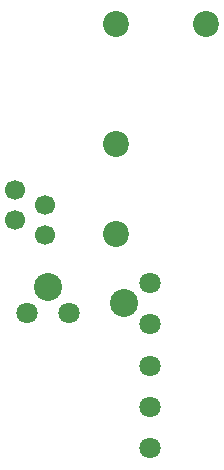
<source format=gbs>
G04 #@! TF.GenerationSoftware,KiCad,Pcbnew,5.0.0-fee4fd1~66~ubuntu18.04.1*
G04 #@! TF.CreationDate,2019-02-11T21:46:51-05:00*
G04 #@! TF.ProjectId,IMD_v1,494D445F76312E6B696361645F706362,rev?*
G04 #@! TF.SameCoordinates,Original*
G04 #@! TF.FileFunction,Soldermask,Bot*
G04 #@! TF.FilePolarity,Negative*
%FSLAX46Y46*%
G04 Gerber Fmt 4.6, Leading zero omitted, Abs format (unit mm)*
G04 Created by KiCad (PCBNEW 5.0.0-fee4fd1~66~ubuntu18.04.1) date Mon Feb 11 21:46:51 2019*
%MOMM*%
%LPD*%
G01*
G04 APERTURE LIST*
%ADD10C,2.200000*%
%ADD11C,1.700000*%
%ADD12C,1.797000*%
%ADD13C,2.381000*%
G04 APERTURE END LIST*
D10*
G04 #@! TO.C,K1*
X104013000Y-69977000D03*
X104013000Y-80137000D03*
X104013000Y-87757000D03*
X111633000Y-69977000D03*
G04 #@! TD*
D11*
G04 #@! TO.C,J1*
X95504000Y-86614000D03*
X95504000Y-84074000D03*
X98044000Y-85344000D03*
X98044000Y-87884000D03*
G04 #@! TD*
D12*
G04 #@! TO.C,J2*
X96520000Y-94488000D03*
X100020000Y-94488000D03*
D13*
X98270000Y-92258000D03*
G04 #@! TD*
D12*
G04 #@! TO.C,U1*
X106934000Y-95405000D03*
X106934000Y-91905000D03*
D13*
X104704000Y-93655000D03*
D12*
X106934000Y-98905000D03*
X106934000Y-102405000D03*
X106934000Y-105905000D03*
G04 #@! TD*
M02*

</source>
